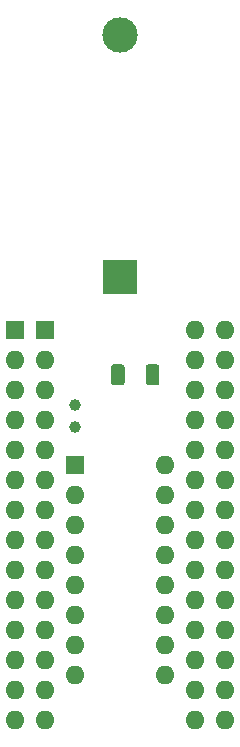
<source format=gts>
%TF.GenerationSoftware,KiCad,Pcbnew,(5.1.9)-1*%
%TF.CreationDate,2021-04-04T21:15:15+08:00*%
%TF.ProjectId,SmartWatchRedux-E,536d6172-7457-4617-9463-685265647578,rev?*%
%TF.SameCoordinates,Original*%
%TF.FileFunction,Soldermask,Top*%
%TF.FilePolarity,Negative*%
%FSLAX46Y46*%
G04 Gerber Fmt 4.6, Leading zero omitted, Abs format (unit mm)*
G04 Created by KiCad (PCBNEW (5.1.9)-1) date 2021-04-04 21:15:15*
%MOMM*%
%LPD*%
G01*
G04 APERTURE LIST*
%ADD10R,3.000000X3.000000*%
%ADD11C,3.000000*%
%ADD12O,1.600000X1.600000*%
%ADD13R,1.600000X1.600000*%
%ADD14C,1.000000*%
G04 APERTURE END LIST*
%TO.C,C1*%
G36*
G01*
X117210000Y-66659999D02*
X117210000Y-67960001D01*
G75*
G02*
X116960001Y-68210000I-249999J0D01*
G01*
X116309999Y-68210000D01*
G75*
G02*
X116060000Y-67960001I0J249999D01*
G01*
X116060000Y-66659999D01*
G75*
G02*
X116309999Y-66410000I249999J0D01*
G01*
X116960001Y-66410000D01*
G75*
G02*
X117210000Y-66659999I0J-249999D01*
G01*
G37*
G36*
G01*
X120160000Y-66659999D02*
X120160000Y-67960001D01*
G75*
G02*
X119910001Y-68210000I-249999J0D01*
G01*
X119259999Y-68210000D01*
G75*
G02*
X119010000Y-67960001I0J249999D01*
G01*
X119010000Y-66659999D01*
G75*
G02*
X119259999Y-66410000I249999J0D01*
G01*
X119910001Y-66410000D01*
G75*
G02*
X120160000Y-66659999I0J-249999D01*
G01*
G37*
%TD*%
D10*
%TO.C,BAT1*%
X116840000Y-59055000D03*
D11*
X116840000Y-38565000D03*
%TD*%
D12*
%TO.C,CN1*%
X123190000Y-63500000D03*
X107950000Y-96520000D03*
X123190000Y-66040000D03*
X107950000Y-93980000D03*
X123190000Y-68580000D03*
X107950000Y-91440000D03*
X123190000Y-71120000D03*
X107950000Y-88900000D03*
X123190000Y-73660000D03*
X107950000Y-86360000D03*
X123190000Y-76200000D03*
X107950000Y-83820000D03*
X123190000Y-78740000D03*
X107950000Y-81280000D03*
X123190000Y-81280000D03*
X107950000Y-78740000D03*
X123190000Y-83820000D03*
X107950000Y-76200000D03*
X123190000Y-86360000D03*
X107950000Y-73660000D03*
X123190000Y-88900000D03*
X107950000Y-71120000D03*
X123190000Y-91440000D03*
X107950000Y-68580000D03*
X123190000Y-93980000D03*
X107950000Y-66040000D03*
X123190000Y-96520000D03*
D13*
X107950000Y-63500000D03*
%TD*%
D14*
%TO.C,Y1*%
X113030000Y-71755000D03*
X113030000Y-69855000D03*
%TD*%
D12*
%TO.C,U1*%
X125730000Y-63500000D03*
X110490000Y-96520000D03*
X125730000Y-66040000D03*
X110490000Y-93980000D03*
X125730000Y-68580000D03*
X110490000Y-91440000D03*
X125730000Y-71120000D03*
X110490000Y-88900000D03*
X125730000Y-73660000D03*
X110490000Y-86360000D03*
X125730000Y-76200000D03*
X110490000Y-83820000D03*
X125730000Y-78740000D03*
X110490000Y-81280000D03*
X125730000Y-81280000D03*
X110490000Y-78740000D03*
X125730000Y-83820000D03*
X110490000Y-76200000D03*
X125730000Y-86360000D03*
X110490000Y-73660000D03*
X125730000Y-88900000D03*
X110490000Y-71120000D03*
X125730000Y-91440000D03*
X110490000Y-68580000D03*
X125730000Y-93980000D03*
X110490000Y-66040000D03*
X125730000Y-96520000D03*
D13*
X110490000Y-63500000D03*
%TD*%
D12*
%TO.C,U2*%
X120650000Y-74930000D03*
X113030000Y-92710000D03*
X120650000Y-77470000D03*
X113030000Y-90170000D03*
X120650000Y-80010000D03*
X113030000Y-87630000D03*
X120650000Y-82550000D03*
X113030000Y-85090000D03*
X120650000Y-85090000D03*
X113030000Y-82550000D03*
X120650000Y-87630000D03*
X113030000Y-80010000D03*
X120650000Y-90170000D03*
X113030000Y-77470000D03*
X120650000Y-92710000D03*
D13*
X113030000Y-74930000D03*
%TD*%
M02*

</source>
